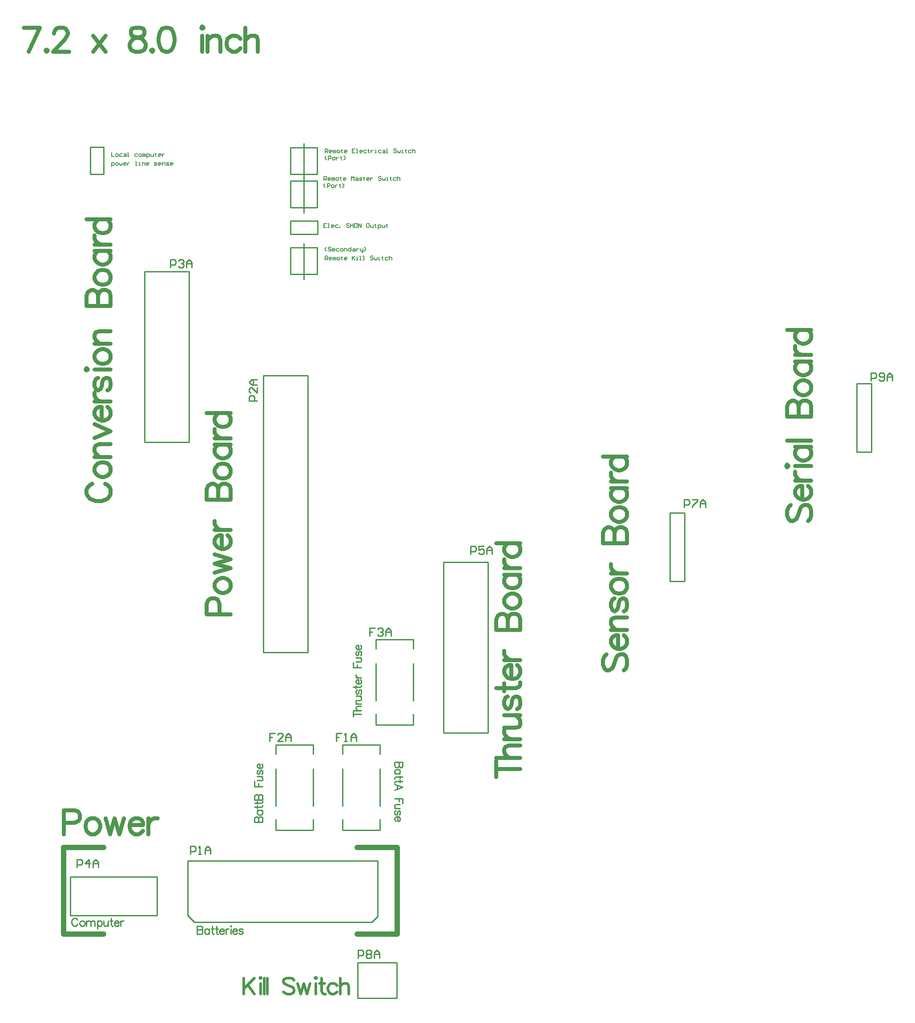
<source format=gto>
G04 Layer_Color=65535*
%FSLAX24Y24*%
%MOIN*%
G70*
G01*
G75*
%ADD12C,0.0200*%
%ADD13C,0.0400*%
%ADD15C,0.0100*%
%ADD24C,0.0070*%
%ADD25C,0.0300*%
D12*
X18000Y11700D02*
Y10500D01*
X18800Y11700D02*
X18000Y10900D01*
X18286Y11186D02*
X18800Y10500D01*
X19183Y11700D02*
X19240Y11643D01*
X19297Y11700D01*
X19240Y11757D01*
X19183Y11700D01*
X19240Y11300D02*
Y10500D01*
X19508Y11700D02*
Y10500D01*
X19760Y11700D02*
Y10500D01*
X21753Y11528D02*
X21639Y11643D01*
X21468Y11700D01*
X21239D01*
X21068Y11643D01*
X20954Y11528D01*
Y11414D01*
X21011Y11300D01*
X21068Y11243D01*
X21182Y11186D01*
X21525Y11071D01*
X21639Y11014D01*
X21696Y10957D01*
X21753Y10843D01*
Y10671D01*
X21639Y10557D01*
X21468Y10500D01*
X21239D01*
X21068Y10557D01*
X20954Y10671D01*
X22022Y11300D02*
X22251Y10500D01*
X22479Y11300D02*
X22251Y10500D01*
X22479Y11300D02*
X22708Y10500D01*
X22936Y11300D02*
X22708Y10500D01*
X23330Y11700D02*
X23387Y11643D01*
X23445Y11700D01*
X23387Y11757D01*
X23330Y11700D01*
X23387Y11300D02*
Y10500D01*
X23827Y11700D02*
Y10729D01*
X23884Y10557D01*
X23999Y10500D01*
X24113D01*
X23656Y11300D02*
X24056D01*
X24970Y11128D02*
X24856Y11243D01*
X24741Y11300D01*
X24570D01*
X24456Y11243D01*
X24341Y11128D01*
X24284Y10957D01*
Y10843D01*
X24341Y10671D01*
X24456Y10557D01*
X24570Y10500D01*
X24741D01*
X24856Y10557D01*
X24970Y10671D01*
X25227Y11700D02*
Y10500D01*
Y11071D02*
X25398Y11243D01*
X25513Y11300D01*
X25684D01*
X25798Y11243D01*
X25855Y11071D01*
Y10500D01*
D13*
X4500Y15000D02*
Y21500D01*
X29500Y15000D02*
Y21500D01*
X4500D02*
X7500D01*
X4500Y15000D02*
X7500D01*
X26500D02*
X29500D01*
X26500Y21500D02*
X29500D01*
D15*
X6500Y72000D02*
X7500D01*
Y74024D01*
X6500D02*
X7500D01*
X6500Y72000D02*
Y74024D01*
X21500Y64500D02*
Y66500D01*
Y64500D02*
X23500D01*
Y66500D01*
X21500D02*
X23500D01*
X22500Y64100D02*
Y66800D01*
X21500Y69500D02*
Y71500D01*
Y69500D02*
X23500D01*
Y71500D01*
X21500D02*
X23500D01*
X22500Y69100D02*
Y71800D01*
X21500Y72000D02*
Y74000D01*
Y72000D02*
X23500D01*
Y74000D01*
X21500D02*
X23500D01*
X22500Y71600D02*
Y74300D01*
X21500Y67500D02*
Y68500D01*
Y67500D02*
X23524D01*
Y68500D01*
X21500D02*
X23524D01*
X32941Y30093D02*
Y42898D01*
Y30093D02*
X36287D01*
Y42898D01*
X32941D02*
X36287D01*
X13800Y20500D02*
X28020D01*
X27600Y15900D02*
X28020Y16320D01*
Y20500D01*
X13800Y16400D02*
Y20500D01*
Y16400D02*
X14300Y15900D01*
X27600D01*
X26520Y12860D02*
X29440D01*
Y10200D02*
Y12860D01*
X26520Y10200D02*
X29440D01*
X26520D02*
Y12860D01*
X5000Y16400D02*
X6100D01*
X5000D02*
Y19300D01*
X11500D01*
Y16400D02*
Y19300D01*
X6100Y16400D02*
X11500D01*
X65003Y51149D02*
Y56303D01*
X63901Y51145D02*
X65003Y51149D01*
X63901Y51145D02*
Y56303D01*
X65003D01*
X49901Y46603D02*
X51003D01*
X49901Y41445D02*
Y46603D01*
Y41445D02*
X51003Y41449D01*
Y46603D01*
X19441Y36110D02*
Y56898D01*
Y36110D02*
X22787D01*
Y56898D01*
X19441D02*
X22787D01*
X10541Y51893D02*
Y64698D01*
Y51893D02*
X13887D01*
Y64698D01*
X10541D02*
X13887D01*
X30700Y30700D02*
Y31500D01*
X27900Y30700D02*
X30700D01*
X27900D02*
Y31500D01*
Y36400D02*
Y37100D01*
X30700D01*
Y36400D02*
Y37100D01*
Y32500D02*
Y35300D01*
X27900Y32500D02*
Y35300D01*
X20400Y24600D02*
Y27400D01*
X23200Y24600D02*
Y27400D01*
Y28500D02*
Y29200D01*
X20400D02*
X23200D01*
X20400Y28500D02*
Y29200D01*
Y22800D02*
Y23600D01*
Y22800D02*
X23200D01*
Y23600D01*
X28200Y22800D02*
Y23600D01*
X25400Y22800D02*
X28200D01*
X25400D02*
Y23600D01*
Y28500D02*
Y29200D01*
X28200D01*
Y28500D02*
Y29200D01*
Y24600D02*
Y27400D01*
X25400Y24600D02*
Y27400D01*
X26565Y13205D02*
Y13805D01*
X26865D01*
X26965Y13705D01*
Y13505D01*
X26865Y13405D01*
X26565D01*
X27165Y13705D02*
X27265Y13805D01*
X27465D01*
X27565Y13705D01*
Y13605D01*
X27465Y13505D01*
X27565Y13405D01*
Y13305D01*
X27465Y13205D01*
X27265D01*
X27165Y13305D01*
Y13405D01*
X27265Y13505D01*
X27165Y13605D01*
Y13705D01*
X27265Y13505D02*
X27465D01*
X27765Y13205D02*
Y13605D01*
X27965Y13805D01*
X28164Y13605D01*
Y13205D01*
Y13505D01*
X27765D01*
X5500Y20000D02*
Y20600D01*
X5800D01*
X5900Y20500D01*
Y20300D01*
X5800Y20200D01*
X5500D01*
X6400Y20000D02*
Y20600D01*
X6100Y20300D01*
X6500D01*
X6700Y20000D02*
Y20400D01*
X6900Y20600D01*
X7099Y20400D01*
Y20000D01*
Y20300D01*
X6700D01*
X12500Y65000D02*
Y65600D01*
X12800D01*
X12900Y65500D01*
Y65300D01*
X12800Y65200D01*
X12500D01*
X13100Y65500D02*
X13200Y65600D01*
X13400D01*
X13500Y65500D01*
Y65400D01*
X13400Y65300D01*
X13300D01*
X13400D01*
X13500Y65200D01*
Y65100D01*
X13400Y65000D01*
X13200D01*
X13100Y65100D01*
X13700Y65000D02*
Y65400D01*
X13900Y65600D01*
X14099Y65400D01*
Y65000D01*
Y65300D01*
X13700D01*
X51000Y47000D02*
Y47600D01*
X51300D01*
X51400Y47500D01*
Y47300D01*
X51300Y47200D01*
X51000D01*
X51600Y47600D02*
X52000D01*
Y47500D01*
X51600Y47100D01*
Y47000D01*
X52200D02*
Y47400D01*
X52400Y47600D01*
X52599Y47400D01*
Y47000D01*
Y47300D01*
X52200D01*
X65000Y56500D02*
Y57100D01*
X65300D01*
X65400Y57000D01*
Y56800D01*
X65300Y56700D01*
X65000D01*
X65600Y56600D02*
X65700Y56500D01*
X65900D01*
X66000Y56600D01*
Y57000D01*
X65900Y57100D01*
X65700D01*
X65600Y57000D01*
Y56900D01*
X65700Y56800D01*
X66000D01*
X66200Y56500D02*
Y56900D01*
X66400Y57100D01*
X66599Y56900D01*
Y56500D01*
Y56800D01*
X66200D01*
X19000Y55000D02*
X18400D01*
Y55300D01*
X18500Y55400D01*
X18700D01*
X18800Y55300D01*
Y55000D01*
X19000Y56000D02*
Y55600D01*
X18600Y56000D01*
X18500D01*
X18400Y55900D01*
Y55700D01*
X18500Y55600D01*
X19000Y56200D02*
X18600D01*
X18400Y56400D01*
X18600Y56599D01*
X19000D01*
X18700D01*
Y56200D01*
X35000Y43500D02*
Y44100D01*
X35300D01*
X35400Y44000D01*
Y43800D01*
X35300Y43700D01*
X35000D01*
X36000Y44100D02*
X35600D01*
Y43800D01*
X35800Y43900D01*
X35900D01*
X36000Y43800D01*
Y43600D01*
X35900Y43500D01*
X35700D01*
X35600Y43600D01*
X36200Y43500D02*
Y43900D01*
X36400Y44100D01*
X36599Y43900D01*
Y43500D01*
Y43800D01*
X36200D01*
X25320Y30070D02*
X24920D01*
Y29770D01*
X25120D01*
X24920D01*
Y29470D01*
X25520D02*
X25720D01*
X25620D01*
Y30070D01*
X25520Y29970D01*
X26020Y29470D02*
Y29870D01*
X26220Y30070D01*
X26420Y29870D01*
Y29470D01*
Y29770D01*
X26020D01*
X20320Y30070D02*
X19920D01*
Y29770D01*
X20120D01*
X19920D01*
Y29470D01*
X20920D02*
X20520D01*
X20920Y29870D01*
Y29970D01*
X20820Y30070D01*
X20620D01*
X20520Y29970D01*
X21120Y29470D02*
Y29870D01*
X21320Y30070D01*
X21519Y29870D01*
Y29470D01*
Y29770D01*
X21120D01*
X27820Y37970D02*
X27420D01*
Y37670D01*
X27620D01*
X27420D01*
Y37370D01*
X28020Y37870D02*
X28120Y37970D01*
X28320D01*
X28420Y37870D01*
Y37770D01*
X28320Y37670D01*
X28220D01*
X28320D01*
X28420Y37570D01*
Y37470D01*
X28320Y37370D01*
X28120D01*
X28020Y37470D01*
X28620Y37370D02*
Y37770D01*
X28820Y37970D01*
X29019Y37770D01*
Y37370D01*
Y37670D01*
X28620D01*
X14000Y21000D02*
Y21600D01*
X14300D01*
X14400Y21500D01*
Y21300D01*
X14300Y21200D01*
X14000D01*
X14600Y21000D02*
X14800D01*
X14700D01*
Y21600D01*
X14600Y21500D01*
X15100Y21000D02*
Y21400D01*
X15300Y21600D01*
X15500Y21400D01*
Y21000D01*
Y21300D01*
X15100D01*
X14500Y15600D02*
Y15000D01*
Y15600D02*
X14757D01*
X14843Y15571D01*
X14871Y15543D01*
X14900Y15486D01*
Y15428D01*
X14871Y15371D01*
X14843Y15343D01*
X14757Y15314D01*
X14500D02*
X14757D01*
X14843Y15286D01*
X14871Y15257D01*
X14900Y15200D01*
Y15114D01*
X14871Y15057D01*
X14843Y15029D01*
X14757Y15000D01*
X14500D01*
X15377Y15400D02*
Y15000D01*
Y15314D02*
X15320Y15371D01*
X15263Y15400D01*
X15177D01*
X15120Y15371D01*
X15063Y15314D01*
X15034Y15229D01*
Y15171D01*
X15063Y15086D01*
X15120Y15029D01*
X15177Y15000D01*
X15263D01*
X15320Y15029D01*
X15377Y15086D01*
X15623Y15600D02*
Y15114D01*
X15651Y15029D01*
X15708Y15000D01*
X15765D01*
X15537Y15400D02*
X15737D01*
X15937Y15600D02*
Y15114D01*
X15965Y15029D01*
X16023Y15000D01*
X16080D01*
X15851Y15400D02*
X16051D01*
X16165Y15229D02*
X16508D01*
Y15286D01*
X16480Y15343D01*
X16451Y15371D01*
X16394Y15400D01*
X16308D01*
X16251Y15371D01*
X16194Y15314D01*
X16165Y15229D01*
Y15171D01*
X16194Y15086D01*
X16251Y15029D01*
X16308Y15000D01*
X16394D01*
X16451Y15029D01*
X16508Y15086D01*
X16637Y15400D02*
Y15000D01*
Y15229D02*
X16665Y15314D01*
X16722Y15371D01*
X16780Y15400D01*
X16865D01*
X16977Y15600D02*
X17005Y15571D01*
X17034Y15600D01*
X17005Y15628D01*
X16977Y15600D01*
X17005Y15400D02*
Y15000D01*
X17139Y15229D02*
X17482D01*
Y15286D01*
X17454Y15343D01*
X17425Y15371D01*
X17368Y15400D01*
X17282D01*
X17225Y15371D01*
X17168Y15314D01*
X17139Y15229D01*
Y15171D01*
X17168Y15086D01*
X17225Y15029D01*
X17282Y15000D01*
X17368D01*
X17425Y15029D01*
X17482Y15086D01*
X17925Y15314D02*
X17896Y15371D01*
X17811Y15400D01*
X17725D01*
X17639Y15371D01*
X17611Y15314D01*
X17639Y15257D01*
X17696Y15229D01*
X17839Y15200D01*
X17896Y15171D01*
X17925Y15114D01*
Y15086D01*
X17896Y15029D01*
X17811Y15000D01*
X17725D01*
X17639Y15029D01*
X17611Y15086D01*
X5528Y16057D02*
X5500Y16114D01*
X5443Y16171D01*
X5386Y16200D01*
X5271D01*
X5214Y16171D01*
X5157Y16114D01*
X5129Y16057D01*
X5100Y15971D01*
Y15829D01*
X5129Y15743D01*
X5157Y15686D01*
X5214Y15629D01*
X5271Y15600D01*
X5386D01*
X5443Y15629D01*
X5500Y15686D01*
X5528Y15743D01*
X5840Y16000D02*
X5783Y15971D01*
X5726Y15914D01*
X5697Y15829D01*
Y15771D01*
X5726Y15686D01*
X5783Y15629D01*
X5840Y15600D01*
X5926D01*
X5983Y15629D01*
X6040Y15686D01*
X6068Y15771D01*
Y15829D01*
X6040Y15914D01*
X5983Y15971D01*
X5926Y16000D01*
X5840D01*
X6200D02*
Y15600D01*
Y15886D02*
X6285Y15971D01*
X6343Y16000D01*
X6428D01*
X6485Y15971D01*
X6514Y15886D01*
Y15600D01*
Y15886D02*
X6600Y15971D01*
X6657Y16000D01*
X6743D01*
X6800Y15971D01*
X6828Y15886D01*
Y15600D01*
X7017Y16000D02*
Y15400D01*
Y15914D02*
X7074Y15971D01*
X7131Y16000D01*
X7217D01*
X7274Y15971D01*
X7331Y15914D01*
X7360Y15829D01*
Y15771D01*
X7331Y15686D01*
X7274Y15629D01*
X7217Y15600D01*
X7131D01*
X7074Y15629D01*
X7017Y15686D01*
X7488Y16000D02*
Y15714D01*
X7517Y15629D01*
X7574Y15600D01*
X7659D01*
X7717Y15629D01*
X7802Y15714D01*
Y16000D02*
Y15600D01*
X8045Y16200D02*
Y15714D01*
X8074Y15629D01*
X8131Y15600D01*
X8188D01*
X7959Y16000D02*
X8159D01*
X8274Y15829D02*
X8616D01*
Y15886D01*
X8588Y15943D01*
X8559Y15971D01*
X8502Y16000D01*
X8416D01*
X8359Y15971D01*
X8302Y15914D01*
X8274Y15829D01*
Y15771D01*
X8302Y15686D01*
X8359Y15629D01*
X8416Y15600D01*
X8502D01*
X8559Y15629D01*
X8616Y15686D01*
X8745Y16000D02*
Y15600D01*
Y15829D02*
X8773Y15914D01*
X8831Y15971D01*
X8888Y16000D01*
X8973D01*
X29900Y27900D02*
X29300D01*
X29900D02*
Y27643D01*
X29871Y27557D01*
X29843Y27529D01*
X29786Y27500D01*
X29728D01*
X29671Y27529D01*
X29643Y27557D01*
X29614Y27643D01*
Y27900D02*
Y27643D01*
X29586Y27557D01*
X29557Y27529D01*
X29500Y27500D01*
X29414D01*
X29357Y27529D01*
X29329Y27557D01*
X29300Y27643D01*
Y27900D01*
X29700Y27023D02*
X29300D01*
X29614D02*
X29671Y27080D01*
X29700Y27137D01*
Y27223D01*
X29671Y27280D01*
X29614Y27337D01*
X29529Y27366D01*
X29471D01*
X29386Y27337D01*
X29329Y27280D01*
X29300Y27223D01*
Y27137D01*
X29329Y27080D01*
X29386Y27023D01*
X29900Y26777D02*
X29414D01*
X29329Y26749D01*
X29300Y26692D01*
Y26635D01*
X29700Y26863D02*
Y26663D01*
X29900Y26463D02*
X29414D01*
X29329Y26435D01*
X29300Y26377D01*
Y26320D01*
X29700Y26549D02*
Y26349D01*
X29300Y25778D02*
X29900Y26006D01*
X29300Y26235D01*
X29500Y26149D02*
Y25863D01*
X29900Y25166D02*
X29300D01*
X29900D02*
Y24795D01*
X29614Y25166D02*
Y24938D01*
X29700Y24726D02*
X29414D01*
X29329Y24698D01*
X29300Y24641D01*
Y24555D01*
X29329Y24498D01*
X29414Y24412D01*
X29700D02*
X29300D01*
X29614Y23941D02*
X29671Y23969D01*
X29700Y24055D01*
Y24141D01*
X29671Y24227D01*
X29614Y24255D01*
X29557Y24227D01*
X29529Y24169D01*
X29500Y24027D01*
X29471Y23969D01*
X29414Y23941D01*
X29386D01*
X29329Y23969D01*
X29300Y24055D01*
Y24141D01*
X29329Y24227D01*
X29386Y24255D01*
X29529Y23815D02*
Y23472D01*
X29586D01*
X29643Y23501D01*
X29671Y23530D01*
X29700Y23587D01*
Y23672D01*
X29671Y23729D01*
X29614Y23787D01*
X29529Y23815D01*
X29471D01*
X29386Y23787D01*
X29329Y23729D01*
X29300Y23672D01*
Y23587D01*
X29329Y23530D01*
X29386Y23472D01*
X18800Y23400D02*
X19400D01*
X18800D02*
Y23657D01*
X18829Y23743D01*
X18857Y23771D01*
X18914Y23800D01*
X18972D01*
X19029Y23771D01*
X19057Y23743D01*
X19086Y23657D01*
Y23400D02*
Y23657D01*
X19114Y23743D01*
X19143Y23771D01*
X19200Y23800D01*
X19286D01*
X19343Y23771D01*
X19371Y23743D01*
X19400Y23657D01*
Y23400D01*
X19000Y24277D02*
X19400D01*
X19086D02*
X19029Y24220D01*
X19000Y24163D01*
Y24077D01*
X19029Y24020D01*
X19086Y23963D01*
X19171Y23934D01*
X19229D01*
X19314Y23963D01*
X19371Y24020D01*
X19400Y24077D01*
Y24163D01*
X19371Y24220D01*
X19314Y24277D01*
X18800Y24523D02*
X19286D01*
X19371Y24551D01*
X19400Y24608D01*
Y24665D01*
X19000Y24437D02*
Y24637D01*
X18800Y24837D02*
X19286D01*
X19371Y24865D01*
X19400Y24923D01*
Y24980D01*
X19000Y24751D02*
Y24951D01*
X18800Y25065D02*
X19400D01*
X18800D02*
Y25322D01*
X18829Y25408D01*
X18857Y25437D01*
X18914Y25465D01*
X18972D01*
X19029Y25437D01*
X19057Y25408D01*
X19086Y25322D01*
Y25065D02*
Y25322D01*
X19114Y25408D01*
X19143Y25437D01*
X19200Y25465D01*
X19286D01*
X19343Y25437D01*
X19371Y25408D01*
X19400Y25322D01*
Y25065D01*
X18800Y26071D02*
X19400D01*
X18800D02*
Y26442D01*
X19086Y26071D02*
Y26299D01*
X19000Y26511D02*
X19286D01*
X19371Y26539D01*
X19400Y26596D01*
Y26682D01*
X19371Y26739D01*
X19286Y26825D01*
X19000D02*
X19400D01*
X19086Y27296D02*
X19029Y27268D01*
X19000Y27182D01*
Y27096D01*
X19029Y27011D01*
X19086Y26982D01*
X19143Y27011D01*
X19171Y27068D01*
X19200Y27211D01*
X19229Y27268D01*
X19286Y27296D01*
X19314D01*
X19371Y27268D01*
X19400Y27182D01*
Y27096D01*
X19371Y27011D01*
X19314Y26982D01*
X19171Y27422D02*
Y27765D01*
X19114D01*
X19057Y27736D01*
X19029Y27708D01*
X19000Y27651D01*
Y27565D01*
X19029Y27508D01*
X19086Y27451D01*
X19171Y27422D01*
X19229D01*
X19314Y27451D01*
X19371Y27508D01*
X19400Y27565D01*
Y27651D01*
X19371Y27708D01*
X19314Y27765D01*
X26200Y31500D02*
X26800D01*
X26200Y31300D02*
Y31700D01*
Y31771D02*
X26800D01*
X26514D02*
X26429Y31857D01*
X26400Y31914D01*
Y32000D01*
X26429Y32057D01*
X26514Y32086D01*
X26800D01*
X26400Y32243D02*
X26800D01*
X26571D02*
X26486Y32271D01*
X26429Y32328D01*
X26400Y32385D01*
Y32471D01*
Y32525D02*
X26686D01*
X26771Y32554D01*
X26800Y32611D01*
Y32697D01*
X26771Y32754D01*
X26686Y32840D01*
X26400D02*
X26800D01*
X26486Y33311D02*
X26429Y33282D01*
X26400Y33197D01*
Y33111D01*
X26429Y33025D01*
X26486Y32997D01*
X26543Y33025D01*
X26571Y33082D01*
X26600Y33225D01*
X26629Y33282D01*
X26686Y33311D01*
X26714D01*
X26771Y33282D01*
X26800Y33197D01*
Y33111D01*
X26771Y33025D01*
X26714Y32997D01*
X26200Y33522D02*
X26686D01*
X26771Y33551D01*
X26800Y33608D01*
Y33665D01*
X26400Y33437D02*
Y33637D01*
X26571Y33751D02*
Y34094D01*
X26514D01*
X26457Y34065D01*
X26429Y34037D01*
X26400Y33979D01*
Y33894D01*
X26429Y33837D01*
X26486Y33779D01*
X26571Y33751D01*
X26629D01*
X26714Y33779D01*
X26771Y33837D01*
X26800Y33894D01*
Y33979D01*
X26771Y34037D01*
X26714Y34094D01*
X26400Y34222D02*
X26800D01*
X26571D02*
X26486Y34251D01*
X26429Y34308D01*
X26400Y34365D01*
Y34451D01*
X26200Y34976D02*
X26800D01*
X26200D02*
Y35348D01*
X26486Y34976D02*
Y35205D01*
X26400Y35416D02*
X26686D01*
X26771Y35445D01*
X26800Y35502D01*
Y35588D01*
X26771Y35645D01*
X26686Y35730D01*
X26400D02*
X26800D01*
X26486Y36202D02*
X26429Y36173D01*
X26400Y36088D01*
Y36002D01*
X26429Y35916D01*
X26486Y35888D01*
X26543Y35916D01*
X26571Y35973D01*
X26600Y36116D01*
X26629Y36173D01*
X26686Y36202D01*
X26714D01*
X26771Y36173D01*
X26800Y36088D01*
Y36002D01*
X26771Y35916D01*
X26714Y35888D01*
X26571Y36328D02*
Y36670D01*
X26514D01*
X26457Y36642D01*
X26429Y36613D01*
X26400Y36556D01*
Y36470D01*
X26429Y36413D01*
X26486Y36356D01*
X26571Y36328D01*
X26629D01*
X26714Y36356D01*
X26771Y36413D01*
X26800Y36470D01*
Y36556D01*
X26771Y36613D01*
X26714Y36670D01*
D24*
X8070Y73618D02*
Y73318D01*
X8270D01*
X8420D02*
X8520D01*
X8570Y73368D01*
Y73468D01*
X8520Y73518D01*
X8420D01*
X8370Y73468D01*
Y73368D01*
X8420Y73318D01*
X8870Y73518D02*
X8720D01*
X8670Y73468D01*
Y73368D01*
X8720Y73318D01*
X8870D01*
X9020Y73518D02*
X9120D01*
X9170Y73468D01*
Y73318D01*
X9020D01*
X8970Y73368D01*
X9020Y73418D01*
X9170D01*
X9270Y73318D02*
X9370D01*
X9320D01*
Y73618D01*
X9270D01*
X10019Y73518D02*
X9869D01*
X9819Y73468D01*
Y73368D01*
X9869Y73318D01*
X10019D01*
X10169D02*
X10269D01*
X10319Y73368D01*
Y73468D01*
X10269Y73518D01*
X10169D01*
X10119Y73468D01*
Y73368D01*
X10169Y73318D01*
X10419D02*
Y73518D01*
X10469D01*
X10519Y73468D01*
Y73318D01*
Y73468D01*
X10569Y73518D01*
X10619Y73468D01*
Y73318D01*
X10719Y73218D02*
Y73518D01*
X10869D01*
X10919Y73468D01*
Y73368D01*
X10869Y73318D01*
X10719D01*
X11019Y73518D02*
Y73368D01*
X11069Y73318D01*
X11219D01*
Y73518D01*
X11369Y73568D02*
Y73518D01*
X11319D01*
X11419D01*
X11369D01*
Y73368D01*
X11419Y73318D01*
X11719D02*
X11619D01*
X11569Y73368D01*
Y73468D01*
X11619Y73518D01*
X11719D01*
X11769Y73468D01*
Y73418D01*
X11569D01*
X11869Y73518D02*
Y73318D01*
Y73418D01*
X11919Y73468D01*
X11969Y73518D01*
X12019D01*
X8070Y72570D02*
Y72870D01*
X8220D01*
X8270Y72820D01*
Y72720D01*
X8220Y72670D01*
X8070D01*
X8420D02*
X8520D01*
X8570Y72720D01*
Y72820D01*
X8520Y72870D01*
X8420D01*
X8370Y72820D01*
Y72720D01*
X8420Y72670D01*
X8670Y72870D02*
Y72720D01*
X8720Y72670D01*
X8770Y72720D01*
X8820Y72670D01*
X8870Y72720D01*
Y72870D01*
X9120Y72670D02*
X9020D01*
X8970Y72720D01*
Y72820D01*
X9020Y72870D01*
X9120D01*
X9170Y72820D01*
Y72770D01*
X8970D01*
X9270Y72870D02*
Y72670D01*
Y72770D01*
X9320Y72820D01*
X9370Y72870D01*
X9420D01*
X9869Y72670D02*
X9969D01*
X9919D01*
Y72970D01*
X9869D01*
X10119Y72670D02*
X10219D01*
X10169D01*
Y72870D01*
X10119D01*
X10369Y72670D02*
Y72870D01*
X10519D01*
X10569Y72820D01*
Y72670D01*
X10819D02*
X10719D01*
X10669Y72720D01*
Y72820D01*
X10719Y72870D01*
X10819D01*
X10869Y72820D01*
Y72770D01*
X10669D01*
X11269Y72670D02*
X11419D01*
X11469Y72720D01*
X11419Y72770D01*
X11319D01*
X11269Y72820D01*
X11319Y72870D01*
X11469D01*
X11719Y72670D02*
X11619D01*
X11569Y72720D01*
Y72820D01*
X11619Y72870D01*
X11719D01*
X11769Y72820D01*
Y72770D01*
X11569D01*
X11869Y72670D02*
Y72870D01*
X12019D01*
X12069Y72820D01*
Y72670D01*
X12169D02*
X12319D01*
X12369Y72720D01*
X12319Y72770D01*
X12219D01*
X12169Y72820D01*
X12219Y72870D01*
X12369D01*
X12619Y72670D02*
X12519D01*
X12469Y72720D01*
Y72820D01*
X12519Y72870D01*
X12619D01*
X12669Y72820D01*
Y72770D01*
X12469D01*
X24170Y66208D02*
X24070Y66308D01*
Y66408D01*
X24170Y66508D01*
X24520Y66458D02*
X24470Y66508D01*
X24370D01*
X24320Y66458D01*
Y66408D01*
X24370Y66358D01*
X24470D01*
X24520Y66308D01*
Y66258D01*
X24470Y66208D01*
X24370D01*
X24320Y66258D01*
X24770Y66208D02*
X24670D01*
X24620Y66258D01*
Y66358D01*
X24670Y66408D01*
X24770D01*
X24820Y66358D01*
Y66308D01*
X24620D01*
X25120Y66408D02*
X24970D01*
X24920Y66358D01*
Y66258D01*
X24970Y66208D01*
X25120D01*
X25270D02*
X25370D01*
X25420Y66258D01*
Y66358D01*
X25370Y66408D01*
X25270D01*
X25220Y66358D01*
Y66258D01*
X25270Y66208D01*
X25520D02*
Y66408D01*
X25669D01*
X25719Y66358D01*
Y66208D01*
X26019Y66508D02*
Y66208D01*
X25869D01*
X25819Y66258D01*
Y66358D01*
X25869Y66408D01*
X26019D01*
X26169D02*
X26269D01*
X26319Y66358D01*
Y66208D01*
X26169D01*
X26119Y66258D01*
X26169Y66308D01*
X26319D01*
X26419Y66408D02*
Y66208D01*
Y66308D01*
X26469Y66358D01*
X26519Y66408D01*
X26569D01*
X26719D02*
Y66258D01*
X26769Y66208D01*
X26919D01*
Y66158D01*
X26869Y66108D01*
X26819D01*
X26919Y66208D02*
Y66408D01*
X27019Y66208D02*
X27119Y66308D01*
Y66408D01*
X27019Y66508D01*
X24070Y65570D02*
Y65870D01*
X24220D01*
X24270Y65820D01*
Y65720D01*
X24220Y65670D01*
X24070D01*
X24170D02*
X24270Y65570D01*
X24520D02*
X24420D01*
X24370Y65620D01*
Y65720D01*
X24420Y65770D01*
X24520D01*
X24570Y65720D01*
Y65670D01*
X24370D01*
X24670Y65570D02*
Y65770D01*
X24720D01*
X24770Y65720D01*
Y65570D01*
Y65720D01*
X24820Y65770D01*
X24870Y65720D01*
Y65570D01*
X25020D02*
X25120D01*
X25170Y65620D01*
Y65720D01*
X25120Y65770D01*
X25020D01*
X24970Y65720D01*
Y65620D01*
X25020Y65570D01*
X25320Y65820D02*
Y65770D01*
X25270D01*
X25370D01*
X25320D01*
Y65620D01*
X25370Y65570D01*
X25669D02*
X25570D01*
X25520Y65620D01*
Y65720D01*
X25570Y65770D01*
X25669D01*
X25719Y65720D01*
Y65670D01*
X25520D01*
X26119Y65870D02*
Y65570D01*
Y65670D01*
X26319Y65870D01*
X26169Y65720D01*
X26319Y65570D01*
X26419D02*
X26519D01*
X26469D01*
Y65770D01*
X26419D01*
X26669Y65570D02*
X26769D01*
X26719D01*
Y65870D01*
X26669D01*
X26919Y65570D02*
X27019D01*
X26969D01*
Y65870D01*
X26919D01*
X27669Y65820D02*
X27619Y65870D01*
X27519D01*
X27469Y65820D01*
Y65770D01*
X27519Y65720D01*
X27619D01*
X27669Y65670D01*
Y65620D01*
X27619Y65570D01*
X27519D01*
X27469Y65620D01*
X27769Y65770D02*
Y65620D01*
X27819Y65570D01*
X27869Y65620D01*
X27919Y65570D01*
X27969Y65620D01*
Y65770D01*
X28069Y65570D02*
X28169D01*
X28119D01*
Y65770D01*
X28069D01*
X28369Y65820D02*
Y65770D01*
X28319D01*
X28419D01*
X28369D01*
Y65620D01*
X28419Y65570D01*
X28768Y65770D02*
X28619D01*
X28569Y65720D01*
Y65620D01*
X28619Y65570D01*
X28768D01*
X28868Y65870D02*
Y65570D01*
Y65720D01*
X28918Y65770D01*
X29018D01*
X29068Y65720D01*
Y65570D01*
X24070Y73598D02*
Y73898D01*
X24220D01*
X24270Y73848D01*
Y73748D01*
X24220Y73698D01*
X24070D01*
X24170D02*
X24270Y73598D01*
X24520D02*
X24420D01*
X24370Y73648D01*
Y73748D01*
X24420Y73798D01*
X24520D01*
X24570Y73748D01*
Y73698D01*
X24370D01*
X24670Y73598D02*
Y73798D01*
X24720D01*
X24770Y73748D01*
Y73598D01*
Y73748D01*
X24820Y73798D01*
X24870Y73748D01*
Y73598D01*
X25020D02*
X25120D01*
X25170Y73648D01*
Y73748D01*
X25120Y73798D01*
X25020D01*
X24970Y73748D01*
Y73648D01*
X25020Y73598D01*
X25320Y73848D02*
Y73798D01*
X25270D01*
X25370D01*
X25320D01*
Y73648D01*
X25370Y73598D01*
X25669D02*
X25570D01*
X25520Y73648D01*
Y73748D01*
X25570Y73798D01*
X25669D01*
X25719Y73748D01*
Y73698D01*
X25520D01*
X26319Y73898D02*
X26119D01*
Y73598D01*
X26319D01*
X26119Y73748D02*
X26219D01*
X26419Y73598D02*
X26519D01*
X26469D01*
Y73898D01*
X26419D01*
X26819Y73598D02*
X26719D01*
X26669Y73648D01*
Y73748D01*
X26719Y73798D01*
X26819D01*
X26869Y73748D01*
Y73698D01*
X26669D01*
X27169Y73798D02*
X27019D01*
X26969Y73748D01*
Y73648D01*
X27019Y73598D01*
X27169D01*
X27319Y73848D02*
Y73798D01*
X27269D01*
X27369D01*
X27319D01*
Y73648D01*
X27369Y73598D01*
X27519Y73798D02*
Y73598D01*
Y73698D01*
X27569Y73748D01*
X27619Y73798D01*
X27669D01*
X27819Y73598D02*
X27919D01*
X27869D01*
Y73798D01*
X27819D01*
X28269D02*
X28119D01*
X28069Y73748D01*
Y73648D01*
X28119Y73598D01*
X28269D01*
X28419Y73798D02*
X28519D01*
X28569Y73748D01*
Y73598D01*
X28419D01*
X28369Y73648D01*
X28419Y73698D01*
X28569D01*
X28669Y73598D02*
X28768D01*
X28719D01*
Y73898D01*
X28669D01*
X29418Y73848D02*
X29368Y73898D01*
X29268D01*
X29218Y73848D01*
Y73798D01*
X29268Y73748D01*
X29368D01*
X29418Y73698D01*
Y73648D01*
X29368Y73598D01*
X29268D01*
X29218Y73648D01*
X29518Y73798D02*
Y73648D01*
X29568Y73598D01*
X29618Y73648D01*
X29668Y73598D01*
X29718Y73648D01*
Y73798D01*
X29818Y73598D02*
X29918D01*
X29868D01*
Y73798D01*
X29818D01*
X30118Y73848D02*
Y73798D01*
X30068D01*
X30168D01*
X30118D01*
Y73648D01*
X30168Y73598D01*
X30518Y73798D02*
X30368D01*
X30318Y73748D01*
Y73648D01*
X30368Y73598D01*
X30518D01*
X30618Y73898D02*
Y73598D01*
Y73748D01*
X30668Y73798D01*
X30768D01*
X30818Y73748D01*
Y73598D01*
X24170Y73070D02*
X24070Y73170D01*
Y73270D01*
X24170Y73370D01*
X24320Y73070D02*
Y73370D01*
X24470D01*
X24520Y73320D01*
Y73220D01*
X24470Y73170D01*
X24320D01*
X24670Y73070D02*
X24770D01*
X24820Y73120D01*
Y73220D01*
X24770Y73270D01*
X24670D01*
X24620Y73220D01*
Y73120D01*
X24670Y73070D01*
X24920Y73270D02*
Y73070D01*
Y73170D01*
X24970Y73220D01*
X25020Y73270D01*
X25070D01*
X25270Y73320D02*
Y73270D01*
X25220D01*
X25320D01*
X25270D01*
Y73120D01*
X25320Y73070D01*
X25470D02*
X25570Y73170D01*
Y73270D01*
X25470Y73370D01*
X24000Y71528D02*
Y71828D01*
X24150D01*
X24200Y71778D01*
Y71678D01*
X24150Y71628D01*
X24000D01*
X24100D02*
X24200Y71528D01*
X24450D02*
X24350D01*
X24300Y71578D01*
Y71678D01*
X24350Y71728D01*
X24450D01*
X24500Y71678D01*
Y71628D01*
X24300D01*
X24600Y71528D02*
Y71728D01*
X24650D01*
X24700Y71678D01*
Y71528D01*
Y71678D01*
X24750Y71728D01*
X24800Y71678D01*
Y71528D01*
X24950D02*
X25050D01*
X25100Y71578D01*
Y71678D01*
X25050Y71728D01*
X24950D01*
X24900Y71678D01*
Y71578D01*
X24950Y71528D01*
X25250Y71778D02*
Y71728D01*
X25200D01*
X25300D01*
X25250D01*
Y71578D01*
X25300Y71528D01*
X25599D02*
X25500D01*
X25450Y71578D01*
Y71678D01*
X25500Y71728D01*
X25599D01*
X25649Y71678D01*
Y71628D01*
X25450D01*
X26049Y71528D02*
Y71828D01*
X26149Y71728D01*
X26249Y71828D01*
Y71528D01*
X26399Y71728D02*
X26499D01*
X26549Y71678D01*
Y71528D01*
X26399D01*
X26349Y71578D01*
X26399Y71628D01*
X26549D01*
X26649Y71528D02*
X26799D01*
X26849Y71578D01*
X26799Y71628D01*
X26699D01*
X26649Y71678D01*
X26699Y71728D01*
X26849D01*
X26999Y71778D02*
Y71728D01*
X26949D01*
X27049D01*
X26999D01*
Y71578D01*
X27049Y71528D01*
X27349D02*
X27249D01*
X27199Y71578D01*
Y71678D01*
X27249Y71728D01*
X27349D01*
X27399Y71678D01*
Y71628D01*
X27199D01*
X27499Y71728D02*
Y71528D01*
Y71628D01*
X27549Y71678D01*
X27599Y71728D01*
X27649D01*
X28299Y71778D02*
X28249Y71828D01*
X28149D01*
X28099Y71778D01*
Y71728D01*
X28149Y71678D01*
X28249D01*
X28299Y71628D01*
Y71578D01*
X28249Y71528D01*
X28149D01*
X28099Y71578D01*
X28399Y71728D02*
Y71578D01*
X28449Y71528D01*
X28499Y71578D01*
X28549Y71528D01*
X28599Y71578D01*
Y71728D01*
X28698Y71528D02*
X28798D01*
X28748D01*
Y71728D01*
X28698D01*
X28998Y71778D02*
Y71728D01*
X28948D01*
X29048D01*
X28998D01*
Y71578D01*
X29048Y71528D01*
X29398Y71728D02*
X29248D01*
X29198Y71678D01*
Y71578D01*
X29248Y71528D01*
X29398D01*
X29498Y71828D02*
Y71528D01*
Y71678D01*
X29548Y71728D01*
X29648D01*
X29698Y71678D01*
Y71528D01*
X24100Y71000D02*
X24000Y71100D01*
Y71200D01*
X24100Y71300D01*
X24250Y71000D02*
Y71300D01*
X24400D01*
X24450Y71250D01*
Y71150D01*
X24400Y71100D01*
X24250D01*
X24600Y71000D02*
X24700D01*
X24750Y71050D01*
Y71150D01*
X24700Y71200D01*
X24600D01*
X24550Y71150D01*
Y71050D01*
X24600Y71000D01*
X24850Y71200D02*
Y71000D01*
Y71100D01*
X24900Y71150D01*
X24950Y71200D01*
X25000D01*
X25200Y71250D02*
Y71200D01*
X25150D01*
X25250D01*
X25200D01*
Y71050D01*
X25250Y71000D01*
X25400D02*
X25500Y71100D01*
Y71200D01*
X25400Y71300D01*
X24200Y68300D02*
X24000D01*
Y68000D01*
X24200D01*
X24000Y68150D02*
X24100D01*
X24300Y68000D02*
X24400D01*
X24350D01*
Y68300D01*
X24300D01*
X24700Y68000D02*
X24600D01*
X24550Y68050D01*
Y68150D01*
X24600Y68200D01*
X24700D01*
X24750Y68150D01*
Y68100D01*
X24550D01*
X25050Y68200D02*
X24900D01*
X24850Y68150D01*
Y68050D01*
X24900Y68000D01*
X25050D01*
X25150D02*
Y68050D01*
X25200D01*
Y68000D01*
X25150D01*
X25899Y68250D02*
X25849Y68300D01*
X25749D01*
X25699Y68250D01*
Y68200D01*
X25749Y68150D01*
X25849D01*
X25899Y68100D01*
Y68050D01*
X25849Y68000D01*
X25749D01*
X25699Y68050D01*
X25999Y68300D02*
Y68000D01*
Y68150D01*
X26199D01*
Y68300D01*
Y68000D01*
X26299Y68300D02*
Y68000D01*
X26449D01*
X26499Y68050D01*
Y68250D01*
X26449Y68300D01*
X26299D01*
X26599Y68000D02*
Y68300D01*
X26799Y68000D01*
Y68300D01*
X27349D02*
X27249D01*
X27199Y68250D01*
Y68050D01*
X27249Y68000D01*
X27349D01*
X27399Y68050D01*
Y68250D01*
X27349Y68300D01*
X27499Y68200D02*
Y68050D01*
X27549Y68000D01*
X27699D01*
Y68200D01*
X27849Y68250D02*
Y68200D01*
X27799D01*
X27899D01*
X27849D01*
Y68050D01*
X27899Y68000D01*
X28049Y67900D02*
Y68200D01*
X28199D01*
X28249Y68150D01*
Y68050D01*
X28199Y68000D01*
X28049D01*
X28349Y68200D02*
Y68050D01*
X28399Y68000D01*
X28549D01*
Y68200D01*
X28698Y68250D02*
Y68200D01*
X28649D01*
X28748D01*
X28698D01*
Y68050D01*
X28748Y68000D01*
D25*
X36900Y27400D02*
X38700D01*
X36900Y26800D02*
Y28000D01*
Y28214D02*
X38700D01*
X37843D02*
X37586Y28471D01*
X37500Y28642D01*
Y28900D01*
X37586Y29071D01*
X37843Y29157D01*
X38700D01*
X37500Y29628D02*
X38700D01*
X38014D02*
X37757Y29714D01*
X37586Y29885D01*
X37500Y30056D01*
Y30314D01*
Y30476D02*
X38357D01*
X38614Y30562D01*
X38700Y30733D01*
Y30991D01*
X38614Y31162D01*
X38357Y31419D01*
X37500D02*
X38700D01*
X37757Y32833D02*
X37586Y32747D01*
X37500Y32490D01*
Y32233D01*
X37586Y31976D01*
X37757Y31890D01*
X37929Y31976D01*
X38014Y32147D01*
X38100Y32576D01*
X38186Y32747D01*
X38357Y32833D01*
X38443D01*
X38614Y32747D01*
X38700Y32490D01*
Y32233D01*
X38614Y31976D01*
X38443Y31890D01*
X36900Y33467D02*
X38357D01*
X38614Y33553D01*
X38700Y33724D01*
Y33896D01*
X37500Y33210D02*
Y33810D01*
X38014Y34153D02*
Y35181D01*
X37843D01*
X37672Y35095D01*
X37586Y35010D01*
X37500Y34838D01*
Y34581D01*
X37586Y34410D01*
X37757Y34238D01*
X38014Y34153D01*
X38186D01*
X38443Y34238D01*
X38614Y34410D01*
X38700Y34581D01*
Y34838D01*
X38614Y35010D01*
X38443Y35181D01*
X37500Y35567D02*
X38700D01*
X38014D02*
X37757Y35652D01*
X37586Y35824D01*
X37500Y35995D01*
Y36252D01*
X36900Y37829D02*
X38700D01*
X36900D02*
Y38600D01*
X36986Y38857D01*
X37072Y38943D01*
X37243Y39029D01*
X37415D01*
X37586Y38943D01*
X37672Y38857D01*
X37757Y38600D01*
Y37829D02*
Y38600D01*
X37843Y38857D01*
X37929Y38943D01*
X38100Y39029D01*
X38357D01*
X38529Y38943D01*
X38614Y38857D01*
X38700Y38600D01*
Y37829D01*
X37500Y39860D02*
X37586Y39689D01*
X37757Y39517D01*
X38014Y39432D01*
X38186D01*
X38443Y39517D01*
X38614Y39689D01*
X38700Y39860D01*
Y40117D01*
X38614Y40289D01*
X38443Y40460D01*
X38186Y40546D01*
X38014D01*
X37757Y40460D01*
X37586Y40289D01*
X37500Y40117D01*
Y39860D01*
Y41968D02*
X38700D01*
X37757D02*
X37586Y41797D01*
X37500Y41625D01*
Y41368D01*
X37586Y41197D01*
X37757Y41026D01*
X38014Y40940D01*
X38186D01*
X38443Y41026D01*
X38614Y41197D01*
X38700Y41368D01*
Y41625D01*
X38614Y41797D01*
X38443Y41968D01*
X37500Y42448D02*
X38700D01*
X38014D02*
X37757Y42534D01*
X37586Y42705D01*
X37500Y42877D01*
Y43134D01*
X36900Y44325D02*
X38700D01*
X37757D02*
X37586Y44153D01*
X37500Y43982D01*
Y43725D01*
X37586Y43554D01*
X37757Y43382D01*
X38014Y43296D01*
X38186D01*
X38443Y43382D01*
X38614Y43554D01*
X38700Y43725D01*
Y43982D01*
X38614Y44153D01*
X38443Y44325D01*
X45157Y36000D02*
X44986Y35828D01*
X44900Y35571D01*
Y35228D01*
X44986Y34971D01*
X45157Y34800D01*
X45329D01*
X45500Y34886D01*
X45586Y34971D01*
X45672Y35143D01*
X45843Y35657D01*
X45929Y35828D01*
X46014Y35914D01*
X46186Y36000D01*
X46443D01*
X46614Y35828D01*
X46700Y35571D01*
Y35228D01*
X46614Y34971D01*
X46443Y34800D01*
X46014Y36403D02*
Y37431D01*
X45843D01*
X45672Y37345D01*
X45586Y37259D01*
X45500Y37088D01*
Y36831D01*
X45586Y36660D01*
X45757Y36488D01*
X46014Y36403D01*
X46186D01*
X46443Y36488D01*
X46614Y36660D01*
X46700Y36831D01*
Y37088D01*
X46614Y37259D01*
X46443Y37431D01*
X45500Y37817D02*
X46700D01*
X45843D02*
X45586Y38074D01*
X45500Y38245D01*
Y38502D01*
X45586Y38673D01*
X45843Y38759D01*
X46700D01*
X45757Y40173D02*
X45586Y40087D01*
X45500Y39830D01*
Y39573D01*
X45586Y39316D01*
X45757Y39230D01*
X45929Y39316D01*
X46014Y39488D01*
X46100Y39916D01*
X46186Y40087D01*
X46357Y40173D01*
X46443D01*
X46614Y40087D01*
X46700Y39830D01*
Y39573D01*
X46614Y39316D01*
X46443Y39230D01*
X45500Y40979D02*
X45586Y40807D01*
X45757Y40636D01*
X46014Y40550D01*
X46186D01*
X46443Y40636D01*
X46614Y40807D01*
X46700Y40979D01*
Y41236D01*
X46614Y41407D01*
X46443Y41579D01*
X46186Y41664D01*
X46014D01*
X45757Y41579D01*
X45586Y41407D01*
X45500Y41236D01*
Y40979D01*
Y42058D02*
X46700D01*
X46014D02*
X45757Y42144D01*
X45586Y42316D01*
X45500Y42487D01*
Y42744D01*
X44900Y44321D02*
X46700D01*
X44900D02*
Y45092D01*
X44986Y45349D01*
X45072Y45435D01*
X45243Y45521D01*
X45415D01*
X45586Y45435D01*
X45672Y45349D01*
X45757Y45092D01*
Y44321D02*
Y45092D01*
X45843Y45349D01*
X45929Y45435D01*
X46100Y45521D01*
X46357D01*
X46529Y45435D01*
X46614Y45349D01*
X46700Y45092D01*
Y44321D01*
X45500Y46352D02*
X45586Y46180D01*
X45757Y46009D01*
X46014Y45923D01*
X46186D01*
X46443Y46009D01*
X46614Y46180D01*
X46700Y46352D01*
Y46609D01*
X46614Y46780D01*
X46443Y46952D01*
X46186Y47037D01*
X46014D01*
X45757Y46952D01*
X45586Y46780D01*
X45500Y46609D01*
Y46352D01*
Y48460D02*
X46700D01*
X45757D02*
X45586Y48289D01*
X45500Y48117D01*
Y47860D01*
X45586Y47689D01*
X45757Y47517D01*
X46014Y47432D01*
X46186D01*
X46443Y47517D01*
X46614Y47689D01*
X46700Y47860D01*
Y48117D01*
X46614Y48289D01*
X46443Y48460D01*
X45500Y48940D02*
X46700D01*
X46014D02*
X45757Y49026D01*
X45586Y49197D01*
X45500Y49368D01*
Y49625D01*
X44900Y50817D02*
X46700D01*
X45757D02*
X45586Y50645D01*
X45500Y50474D01*
Y50217D01*
X45586Y50045D01*
X45757Y49874D01*
X46014Y49788D01*
X46186D01*
X46443Y49874D01*
X46614Y50045D01*
X46700Y50217D01*
Y50474D01*
X46614Y50645D01*
X46443Y50817D01*
X2700Y83000D02*
X1843Y81200D01*
X1500Y83000D02*
X2700D01*
X3188Y81371D02*
X3103Y81286D01*
X3188Y81200D01*
X3274Y81286D01*
X3188Y81371D01*
X3754Y82571D02*
Y82657D01*
X3839Y82828D01*
X3925Y82914D01*
X4097Y83000D01*
X4439D01*
X4611Y82914D01*
X4696Y82828D01*
X4782Y82657D01*
Y82485D01*
X4696Y82314D01*
X4525Y82057D01*
X3668Y81200D01*
X4868D01*
X6685Y82400D02*
X7627Y81200D01*
Y82400D02*
X6685Y81200D01*
X9847Y83000D02*
X9590Y82914D01*
X9504Y82743D01*
Y82571D01*
X9590Y82400D01*
X9761Y82314D01*
X10104Y82228D01*
X10361Y82143D01*
X10532Y81971D01*
X10618Y81800D01*
Y81543D01*
X10532Y81371D01*
X10447Y81286D01*
X10190Y81200D01*
X9847D01*
X9590Y81286D01*
X9504Y81371D01*
X9418Y81543D01*
Y81800D01*
X9504Y81971D01*
X9675Y82143D01*
X9932Y82228D01*
X10275Y82314D01*
X10447Y82400D01*
X10532Y82571D01*
Y82743D01*
X10447Y82914D01*
X10190Y83000D01*
X9847D01*
X11107Y81371D02*
X11021Y81286D01*
X11107Y81200D01*
X11192Y81286D01*
X11107Y81371D01*
X12101Y83000D02*
X11844Y82914D01*
X11672Y82657D01*
X11586Y82228D01*
Y81971D01*
X11672Y81543D01*
X11844Y81286D01*
X12101Y81200D01*
X12272D01*
X12529Y81286D01*
X12700Y81543D01*
X12786Y81971D01*
Y82228D01*
X12700Y82657D01*
X12529Y82914D01*
X12272Y83000D01*
X12101D01*
X14774D02*
X14860Y82914D01*
X14946Y83000D01*
X14860Y83085D01*
X14774Y83000D01*
X14860Y82400D02*
Y81200D01*
X15263Y82400D02*
Y81200D01*
Y82057D02*
X15520Y82314D01*
X15691Y82400D01*
X15948D01*
X16120Y82314D01*
X16205Y82057D01*
Y81200D01*
X17705Y82143D02*
X17534Y82314D01*
X17362Y82400D01*
X17105D01*
X16934Y82314D01*
X16762Y82143D01*
X16677Y81886D01*
Y81714D01*
X16762Y81457D01*
X16934Y81286D01*
X17105Y81200D01*
X17362D01*
X17534Y81286D01*
X17705Y81457D01*
X18091Y83000D02*
Y81200D01*
Y82057D02*
X18348Y82314D01*
X18519Y82400D01*
X18776D01*
X18948Y82314D01*
X19033Y82057D01*
Y81200D01*
X4500Y23357D02*
X5271D01*
X5528Y23443D01*
X5614Y23528D01*
X5700Y23700D01*
Y23957D01*
X5614Y24128D01*
X5528Y24214D01*
X5271Y24300D01*
X4500D01*
Y22500D01*
X6531Y23700D02*
X6360Y23614D01*
X6188Y23443D01*
X6103Y23186D01*
Y23014D01*
X6188Y22757D01*
X6360Y22586D01*
X6531Y22500D01*
X6788D01*
X6959Y22586D01*
X7131Y22757D01*
X7217Y23014D01*
Y23186D01*
X7131Y23443D01*
X6959Y23614D01*
X6788Y23700D01*
X6531D01*
X7611D02*
X7954Y22500D01*
X8296Y23700D02*
X7954Y22500D01*
X8296Y23700D02*
X8639Y22500D01*
X8982Y23700D02*
X8639Y22500D01*
X9402Y23186D02*
X10430D01*
Y23357D01*
X10344Y23528D01*
X10259Y23614D01*
X10087Y23700D01*
X9830D01*
X9659Y23614D01*
X9488Y23443D01*
X9402Y23186D01*
Y23014D01*
X9488Y22757D01*
X9659Y22586D01*
X9830Y22500D01*
X10087D01*
X10259Y22586D01*
X10430Y22757D01*
X10816Y23700D02*
Y22500D01*
Y23186D02*
X10901Y23443D01*
X11073Y23614D01*
X11244Y23700D01*
X11501D01*
X58957Y47200D02*
X58786Y47028D01*
X58700Y46771D01*
Y46428D01*
X58786Y46171D01*
X58957Y46000D01*
X59129D01*
X59300Y46086D01*
X59386Y46171D01*
X59472Y46343D01*
X59643Y46857D01*
X59729Y47028D01*
X59814Y47114D01*
X59986Y47200D01*
X60243D01*
X60414Y47028D01*
X60500Y46771D01*
Y46428D01*
X60414Y46171D01*
X60243Y46000D01*
X59814Y47603D02*
Y48631D01*
X59643D01*
X59472Y48545D01*
X59386Y48459D01*
X59300Y48288D01*
Y48031D01*
X59386Y47860D01*
X59557Y47688D01*
X59814Y47603D01*
X59986D01*
X60243Y47688D01*
X60414Y47860D01*
X60500Y48031D01*
Y48288D01*
X60414Y48459D01*
X60243Y48631D01*
X59300Y49016D02*
X60500D01*
X59814D02*
X59557Y49102D01*
X59386Y49274D01*
X59300Y49445D01*
Y49702D01*
X58700Y50036D02*
X58786Y50122D01*
X58700Y50208D01*
X58615Y50122D01*
X58700Y50036D01*
X59300Y50122D02*
X60500D01*
X59300Y51553D02*
X60500D01*
X59557D02*
X59386Y51382D01*
X59300Y51210D01*
Y50953D01*
X59386Y50782D01*
X59557Y50610D01*
X59814Y50525D01*
X59986D01*
X60243Y50610D01*
X60414Y50782D01*
X60500Y50953D01*
Y51210D01*
X60414Y51382D01*
X60243Y51553D01*
X58700Y52033D02*
X60500D01*
X58700Y53824D02*
X60500D01*
X58700D02*
Y54595D01*
X58786Y54852D01*
X58872Y54938D01*
X59043Y55024D01*
X59215D01*
X59386Y54938D01*
X59472Y54852D01*
X59557Y54595D01*
Y53824D02*
Y54595D01*
X59643Y54852D01*
X59729Y54938D01*
X59900Y55024D01*
X60157D01*
X60329Y54938D01*
X60414Y54852D01*
X60500Y54595D01*
Y53824D01*
X59300Y55855D02*
X59386Y55684D01*
X59557Y55512D01*
X59814Y55427D01*
X59986D01*
X60243Y55512D01*
X60414Y55684D01*
X60500Y55855D01*
Y56112D01*
X60414Y56284D01*
X60243Y56455D01*
X59986Y56541D01*
X59814D01*
X59557Y56455D01*
X59386Y56284D01*
X59300Y56112D01*
Y55855D01*
Y57963D02*
X60500D01*
X59557D02*
X59386Y57792D01*
X59300Y57620D01*
Y57363D01*
X59386Y57192D01*
X59557Y57021D01*
X59814Y56935D01*
X59986D01*
X60243Y57021D01*
X60414Y57192D01*
X60500Y57363D01*
Y57620D01*
X60414Y57792D01*
X60243Y57963D01*
X59300Y58443D02*
X60500D01*
X59814D02*
X59557Y58529D01*
X59386Y58700D01*
X59300Y58872D01*
Y59129D01*
X58700Y60320D02*
X60500D01*
X59557D02*
X59386Y60148D01*
X59300Y59977D01*
Y59720D01*
X59386Y59549D01*
X59557Y59377D01*
X59814Y59291D01*
X59986D01*
X60243Y59377D01*
X60414Y59549D01*
X60500Y59720D01*
Y59977D01*
X60414Y60148D01*
X60243Y60320D01*
X16143Y39000D02*
Y39771D01*
X16057Y40028D01*
X15972Y40114D01*
X15800Y40200D01*
X15543D01*
X15372Y40114D01*
X15286Y40028D01*
X15200Y39771D01*
Y39000D01*
X17000D01*
X15800Y41031D02*
X15886Y40860D01*
X16057Y40688D01*
X16314Y40603D01*
X16486D01*
X16743Y40688D01*
X16914Y40860D01*
X17000Y41031D01*
Y41288D01*
X16914Y41459D01*
X16743Y41631D01*
X16486Y41717D01*
X16314D01*
X16057Y41631D01*
X15886Y41459D01*
X15800Y41288D01*
Y41031D01*
Y42111D02*
X17000Y42454D01*
X15800Y42796D02*
X17000Y42454D01*
X15800Y42796D02*
X17000Y43139D01*
X15800Y43482D02*
X17000Y43139D01*
X16314Y43902D02*
Y44930D01*
X16143D01*
X15972Y44844D01*
X15886Y44759D01*
X15800Y44587D01*
Y44330D01*
X15886Y44159D01*
X16057Y43987D01*
X16314Y43902D01*
X16486D01*
X16743Y43987D01*
X16914Y44159D01*
X17000Y44330D01*
Y44587D01*
X16914Y44759D01*
X16743Y44930D01*
X15800Y45316D02*
X17000D01*
X16314D02*
X16057Y45401D01*
X15886Y45573D01*
X15800Y45744D01*
Y46001D01*
X15200Y47578D02*
X17000D01*
X15200D02*
Y48349D01*
X15286Y48607D01*
X15372Y48692D01*
X15543Y48778D01*
X15715D01*
X15886Y48692D01*
X15972Y48607D01*
X16057Y48349D01*
Y47578D02*
Y48349D01*
X16143Y48607D01*
X16229Y48692D01*
X16400Y48778D01*
X16657D01*
X16829Y48692D01*
X16914Y48607D01*
X17000Y48349D01*
Y47578D01*
X15800Y49609D02*
X15886Y49438D01*
X16057Y49266D01*
X16314Y49181D01*
X16486D01*
X16743Y49266D01*
X16914Y49438D01*
X17000Y49609D01*
Y49866D01*
X16914Y50038D01*
X16743Y50209D01*
X16486Y50295D01*
X16314D01*
X16057Y50209D01*
X15886Y50038D01*
X15800Y49866D01*
Y49609D01*
Y51717D02*
X17000D01*
X16057D02*
X15886Y51546D01*
X15800Y51374D01*
Y51117D01*
X15886Y50946D01*
X16057Y50775D01*
X16314Y50689D01*
X16486D01*
X16743Y50775D01*
X16914Y50946D01*
X17000Y51117D01*
Y51374D01*
X16914Y51546D01*
X16743Y51717D01*
X15800Y52197D02*
X17000D01*
X16314D02*
X16057Y52283D01*
X15886Y52454D01*
X15800Y52626D01*
Y52883D01*
X15200Y54074D02*
X17000D01*
X16057D02*
X15886Y53903D01*
X15800Y53731D01*
Y53474D01*
X15886Y53303D01*
X16057Y53131D01*
X16314Y53046D01*
X16486D01*
X16743Y53131D01*
X16914Y53303D01*
X17000Y53474D01*
Y53731D01*
X16914Y53903D01*
X16743Y54074D01*
X6629Y48785D02*
X6457Y48700D01*
X6286Y48528D01*
X6200Y48357D01*
Y48014D01*
X6286Y47843D01*
X6457Y47671D01*
X6629Y47586D01*
X6886Y47500D01*
X7314D01*
X7572Y47586D01*
X7743Y47671D01*
X7914Y47843D01*
X8000Y48014D01*
Y48357D01*
X7914Y48528D01*
X7743Y48700D01*
X7572Y48785D01*
X6800Y49720D02*
X6886Y49548D01*
X7057Y49377D01*
X7314Y49291D01*
X7486D01*
X7743Y49377D01*
X7914Y49548D01*
X8000Y49720D01*
Y49977D01*
X7914Y50148D01*
X7743Y50319D01*
X7486Y50405D01*
X7314D01*
X7057Y50319D01*
X6886Y50148D01*
X6800Y49977D01*
Y49720D01*
Y50799D02*
X8000D01*
X7143D02*
X6886Y51056D01*
X6800Y51228D01*
Y51485D01*
X6886Y51656D01*
X7143Y51742D01*
X8000D01*
X6800Y52213D02*
X8000Y52727D01*
X6800Y53242D02*
X8000Y52727D01*
X7314Y53533D02*
Y54561D01*
X7143D01*
X6972Y54476D01*
X6886Y54390D01*
X6800Y54219D01*
Y53961D01*
X6886Y53790D01*
X7057Y53619D01*
X7314Y53533D01*
X7486D01*
X7743Y53619D01*
X7914Y53790D01*
X8000Y53961D01*
Y54219D01*
X7914Y54390D01*
X7743Y54561D01*
X6800Y54947D02*
X8000D01*
X7314D02*
X7057Y55033D01*
X6886Y55204D01*
X6800Y55375D01*
Y55633D01*
X7057Y56738D02*
X6886Y56652D01*
X6800Y56395D01*
Y56138D01*
X6886Y55881D01*
X7057Y55795D01*
X7229Y55881D01*
X7314Y56052D01*
X7400Y56481D01*
X7486Y56652D01*
X7657Y56738D01*
X7743D01*
X7914Y56652D01*
X8000Y56395D01*
Y56138D01*
X7914Y55881D01*
X7743Y55795D01*
X6200Y57286D02*
X6286Y57372D01*
X6200Y57458D01*
X6115Y57372D01*
X6200Y57286D01*
X6800Y57372D02*
X8000D01*
X6800Y58203D02*
X6886Y58032D01*
X7057Y57861D01*
X7314Y57775D01*
X7486D01*
X7743Y57861D01*
X7914Y58032D01*
X8000Y58203D01*
Y58461D01*
X7914Y58632D01*
X7743Y58803D01*
X7486Y58889D01*
X7314D01*
X7057Y58803D01*
X6886Y58632D01*
X6800Y58461D01*
Y58203D01*
Y59283D02*
X8000D01*
X7143D02*
X6886Y59540D01*
X6800Y59712D01*
Y59969D01*
X6886Y60140D01*
X7143Y60226D01*
X8000D01*
X6200Y62111D02*
X8000D01*
X6200D02*
Y62882D01*
X6286Y63140D01*
X6372Y63225D01*
X6543Y63311D01*
X6715D01*
X6886Y63225D01*
X6972Y63140D01*
X7057Y62882D01*
Y62111D02*
Y62882D01*
X7143Y63140D01*
X7229Y63225D01*
X7400Y63311D01*
X7657D01*
X7829Y63225D01*
X7914Y63140D01*
X8000Y62882D01*
Y62111D01*
X6800Y64142D02*
X6886Y63971D01*
X7057Y63799D01*
X7314Y63714D01*
X7486D01*
X7743Y63799D01*
X7914Y63971D01*
X8000Y64142D01*
Y64399D01*
X7914Y64571D01*
X7743Y64742D01*
X7486Y64828D01*
X7314D01*
X7057Y64742D01*
X6886Y64571D01*
X6800Y64399D01*
Y64142D01*
Y66250D02*
X8000D01*
X7057D02*
X6886Y66079D01*
X6800Y65907D01*
Y65650D01*
X6886Y65479D01*
X7057Y65308D01*
X7314Y65222D01*
X7486D01*
X7743Y65308D01*
X7914Y65479D01*
X8000Y65650D01*
Y65907D01*
X7914Y66079D01*
X7743Y66250D01*
X6800Y66730D02*
X8000D01*
X7314D02*
X7057Y66816D01*
X6886Y66987D01*
X6800Y67159D01*
Y67416D01*
X6200Y68607D02*
X8000D01*
X7057D02*
X6886Y68436D01*
X6800Y68264D01*
Y68007D01*
X6886Y67836D01*
X7057Y67664D01*
X7314Y67579D01*
X7486D01*
X7743Y67664D01*
X7914Y67836D01*
X8000Y68007D01*
Y68264D01*
X7914Y68436D01*
X7743Y68607D01*
M02*

</source>
